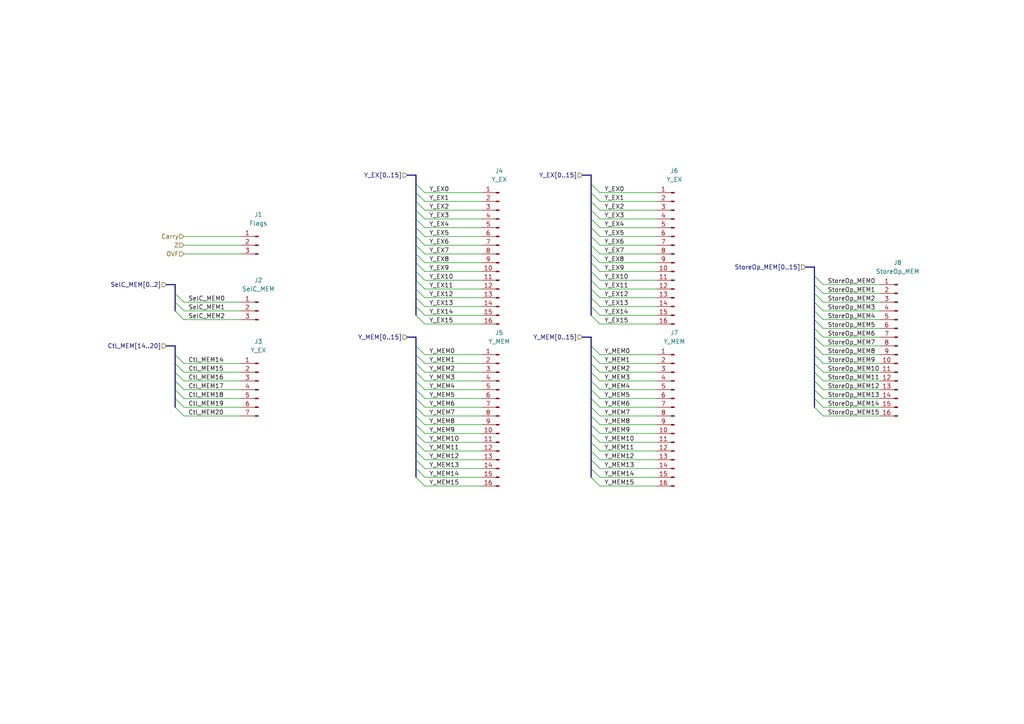
<source format=kicad_sch>
(kicad_sch (version 20211123) (generator eeschema)
  (paper "A4")
  (title_block (title "Turtle16: EX Module Outputs") (date "2022-04-13") (rev "A (7ac7a3cb)"))
  (lib_symbols
    (symbol "Connector:Conn_01x03_Male" (pin_names (offset 1.016) hide)
      (property "Reference" "J" (at 0 5.08 0))
      (property "Value" "Conn_01x03_Male" (at 0 -5.08 0))
      (symbol "Conn_01x03_Male_1_1"
        (polyline (pts (xy 1.27 -2.54) (xy 0.8636 -2.54)) (stroke (width 0.1524)))
        (polyline (pts (xy 1.27 0) (xy 0.8636 0)) (stroke (width 0.1524)))
        (polyline (pts (xy 1.27 2.54) (xy 0.8636 2.54)) (stroke (width 0.1524)))
        (rectangle (start 0.8636 -2.413) (end 0 -2.667) (stroke (width 0.1524)) (fill (type outline)))
        (rectangle (start 0.8636 0.127) (end 0 -0.127) (stroke (width 0.1524)) (fill (type outline)))
        (rectangle (start 0.8636 2.667) (end 0 2.413) (stroke (width 0.1524)) (fill (type outline)))
        (pin passive line (at 5.08 2.54 180) (length 3.81) (name "Pin_1") (number "1"))
        (pin passive line (at 5.08 0 180) (length 3.81) (name "Pin_2") (number "2"))
        (pin passive line (at 5.08 -2.54 180) (length 3.81) (name "Pin_3") (number "3"))
      )
    )
    (symbol "Connector:Conn_01x07_Male" (pin_names (offset 1.016) hide)
      (property "Reference" "J" (at 0 10.16 0))
      (property "Value" "Conn_01x07_Male" (at 0 -10.16 0))
      (symbol "Conn_01x07_Male_1_1"
        (polyline (pts (xy 1.27 -7.62) (xy 0.8636 -7.62)) (stroke (width 0.1524)))
        (polyline (pts (xy 1.27 -5.08) (xy 0.8636 -5.08)) (stroke (width 0.1524)))
        (polyline (pts (xy 1.27 -2.54) (xy 0.8636 -2.54)) (stroke (width 0.1524)))
        (polyline (pts (xy 1.27 0) (xy 0.8636 0)) (stroke (width 0.1524)))
        (polyline (pts (xy 1.27 2.54) (xy 0.8636 2.54)) (stroke (width 0.1524)))
        (polyline (pts (xy 1.27 5.08) (xy 0.8636 5.08)) (stroke (width 0.1524)))
        (polyline (pts (xy 1.27 7.62) (xy 0.8636 7.62)) (stroke (width 0.1524)))
        (rectangle (start 0.8636 -7.493) (end 0 -7.747) (stroke (width 0.1524)) (fill (type outline)))
        (rectangle (start 0.8636 -4.953) (end 0 -5.207) (stroke (width 0.1524)) (fill (type outline)))
        (rectangle (start 0.8636 -2.413) (end 0 -2.667) (stroke (width 0.1524)) (fill (type outline)))
        (rectangle (start 0.8636 0.127) (end 0 -0.127) (stroke (width 0.1524)) (fill (type outline)))
        (rectangle (start 0.8636 2.667) (end 0 2.413) (stroke (width 0.1524)) (fill (type outline)))
        (rectangle (start 0.8636 5.207) (end 0 4.953) (stroke (width 0.1524)) (fill (type outline)))
        (rectangle (start 0.8636 7.747) (end 0 7.493) (stroke (width 0.1524)) (fill (type outline)))
        (pin passive line (at 5.08 7.62 180) (length 3.81) (name "Pin_1") (number "1"))
        (pin passive line (at 5.08 5.08 180) (length 3.81) (name "Pin_2") (number "2"))
        (pin passive line (at 5.08 2.54 180) (length 3.81) (name "Pin_3") (number "3"))
        (pin passive line (at 5.08 0 180) (length 3.81) (name "Pin_4") (number "4"))
        (pin passive line (at 5.08 -2.54 180) (length 3.81) (name "Pin_5") (number "5"))
        (pin passive line (at 5.08 -5.08 180) (length 3.81) (name "Pin_6") (number "6"))
        (pin passive line (at 5.08 -7.62 180) (length 3.81) (name "Pin_7") (number "7"))
      )
    )
    (symbol "Connector:Conn_01x16_Male" (pin_names (offset 1.016) hide)
      (property "Reference" "J" (at 0 20.32 0))
      (property "Value" "Conn_01x16_Male" (at 0 -22.86 0))
      (symbol "Conn_01x16_Male_1_1"
        (polyline (pts (xy 1.27 -20.32) (xy 0.8636 -20.32)) (stroke (width 0.1524)))
        (polyline (pts (xy 1.27 -17.78) (xy 0.8636 -17.78)) (stroke (width 0.1524)))
        (polyline (pts (xy 1.27 -15.24) (xy 0.8636 -15.24)) (stroke (width 0.1524)))
        (polyline (pts (xy 1.27 -12.7) (xy 0.8636 -12.7)) (stroke (width 0.1524)))
        (polyline (pts (xy 1.27 -10.16) (xy 0.8636 -10.16)) (stroke (width 0.1524)))
        (polyline (pts (xy 1.27 -7.62) (xy 0.8636 -7.62)) (stroke (width 0.1524)))
        (polyline (pts (xy 1.27 -5.08) (xy 0.8636 -5.08)) (stroke (width 0.1524)))
        (polyline (pts (xy 1.27 -2.54) (xy 0.8636 -2.54)) (stroke (width 0.1524)))
        (polyline (pts (xy 1.27 0) (xy 0.8636 0)) (stroke (width 0.1524)))
        (polyline (pts (xy 1.27 2.54) (xy 0.8636 2.54)) (stroke (width 0.1524)))
        (polyline (pts (xy 1.27 5.08) (xy 0.8636 5.08)) (stroke (width 0.1524)))
        (polyline (pts (xy 1.27 7.62) (xy 0.8636 7.62)) (stroke (width 0.1524)))
        (polyline (pts (xy 1.27 10.16) (xy 0.8636 10.16)) (stroke (width 0.1524)))
        (polyline (pts (xy 1.27 12.7) (xy 0.8636 12.7)) (stroke (width 0.1524)))
        (polyline (pts (xy 1.27 15.24) (xy 0.8636 15.24)) (stroke (width 0.1524)))
        (polyline (pts (xy 1.27 17.78) (xy 0.8636 17.78)) (stroke (width 0.1524)))
        (rectangle (start 0.8636 -20.193) (end 0 -20.447) (stroke (width 0.1524)) (fill (type outline)))
        (rectangle (start 0.8636 -17.653) (end 0 -17.907) (stroke (width 0.1524)) (fill (type outline)))
        (rectangle (start 0.8636 -15.113) (end 0 -15.367) (stroke (width 0.1524)) (fill (type outline)))
        (rectangle (start 0.8636 -12.573) (end 0 -12.827) (stroke (width 0.1524)) (fill (type outline)))
        (rectangle (start 0.8636 -10.033) (end 0 -10.287) (stroke (width 0.1524)) (fill (type outline)))
        (rectangle (start 0.8636 -7.493) (end 0 -7.747) (stroke (width 0.1524)) (fill (type outline)))
        (rectangle (start 0.8636 -4.953) (end 0 -5.207) (stroke (width 0.1524)) (fill (type outline)))
        (rectangle (start 0.8636 -2.413) (end 0 -2.667) (stroke (width 0.1524)) (fill (type outline)))
        (rectangle (start 0.8636 0.127) (end 0 -0.127) (stroke (width 0.1524)) (fill (type outline)))
        (rectangle (start 0.8636 2.667) (end 0 2.413) (stroke (width 0.1524)) (fill (type outline)))
        (rectangle (start 0.8636 5.207) (end 0 4.953) (stroke (width 0.1524)) (fill (type outline)))
        (rectangle (start 0.8636 7.747) (end 0 7.493) (stroke (width 0.1524)) (fill (type outline)))
        (rectangle (start 0.8636 10.287) (end 0 10.033) (stroke (width 0.1524)) (fill (type outline)))
        (rectangle (start 0.8636 12.827) (end 0 12.573) (stroke (width 0.1524)) (fill (type outline)))
        (rectangle (start 0.8636 15.367) (end 0 15.113) (stroke (width 0.1524)) (fill (type outline)))
        (rectangle (start 0.8636 17.907) (end 0 17.653) (stroke (width 0.1524)) (fill (type outline)))
        (pin passive line (at 5.08 17.78 180) (length 3.81) (name "Pin_1") (number "1"))
        (pin passive line (at 5.08 -5.08 180) (length 3.81) (name "Pin_10") (number "10"))
        (pin passive line (at 5.08 -7.62 180) (length 3.81) (name "Pin_11") (number "11"))
        (pin passive line (at 5.08 -10.16 180) (length 3.81) (name "Pin_12") (number "12"))
        (pin passive line (at 5.08 -12.7 180) (length 3.81) (name "Pin_13") (number "13"))
        (pin passive line (at 5.08 -15.24 180) (length 3.81) (name "Pin_14") (number "14"))
        (pin passive line (at 5.08 -17.78 180) (length 3.81) (name "Pin_15") (number "15"))
        (pin passive line (at 5.08 -20.32 180) (length 3.81) (name "Pin_16") (number "16"))
        (pin passive line (at 5.08 15.24 180) (length 3.81) (name "Pin_2") (number "2"))
        (pin passive line (at 5.08 12.7 180) (length 3.81) (name "Pin_3") (number "3"))
        (pin passive line (at 5.08 10.16 180) (length 3.81) (name "Pin_4") (number "4"))
        (pin passive line (at 5.08 7.62 180) (length 3.81) (name "Pin_5") (number "5"))
        (pin passive line (at 5.08 5.08 180) (length 3.81) (name "Pin_6") (number "6"))
        (pin passive line (at 5.08 2.54 180) (length 3.81) (name "Pin_7") (number "7"))
        (pin passive line (at 5.08 0 180) (length 3.81) (name "Pin_8") (number "8"))
        (pin passive line (at 5.08 -2.54 180) (length 3.81) (name "Pin_9") (number "9"))
      )
    )
  )
  (bus_entry (at 50.8 102.87) (size 2.54 2.54))
  (bus_entry (at 171.45 135.89) (size 2.54 2.54))
  (bus_entry (at 236.22 107.95) (size 2.54 2.54))
  (bus_entry (at 171.45 91.44) (size 2.54 2.54))
  (bus_entry (at 236.22 90.17) (size 2.54 2.54))
  (bus_entry (at 120.65 110.49) (size 2.54 2.54))
  (bus_entry (at 171.45 78.74) (size 2.54 2.54))
  (bus_entry (at 236.22 80.01) (size 2.54 2.54))
  (bus_entry (at 236.22 100.33) (size 2.54 2.54))
  (bus_entry (at 120.65 105.41) (size 2.54 2.54))
  (bus_entry (at 120.65 60.96) (size 2.54 2.54))
  (bus_entry (at 120.65 63.5) (size 2.54 2.54))
  (bus_entry (at 120.65 81.28) (size 2.54 2.54))
  (bus_entry (at 236.22 102.87) (size 2.54 2.54))
  (bus_entry (at 171.45 58.42) (size 2.54 2.54))
  (bus_entry (at 120.65 78.74) (size 2.54 2.54))
  (bus_entry (at 236.22 97.79) (size 2.54 2.54))
  (bus_entry (at 171.45 123.19) (size 2.54 2.54))
  (bus_entry (at 50.8 90.17) (size 2.54 2.54))
  (bus_entry (at 120.65 91.44) (size 2.54 2.54))
  (bus_entry (at 120.65 53.34) (size 2.54 2.54))
  (bus_entry (at 171.45 71.12) (size 2.54 2.54))
  (bus_entry (at 236.22 85.09) (size 2.54 2.54))
  (bus_entry (at 120.65 83.82) (size 2.54 2.54))
  (bus_entry (at 120.65 66.04) (size 2.54 2.54))
  (bus_entry (at 236.22 87.63) (size 2.54 2.54))
  (bus_entry (at 120.65 100.33) (size 2.54 2.54))
  (bus_entry (at 120.65 76.2) (size 2.54 2.54))
  (bus_entry (at 171.45 118.11) (size 2.54 2.54))
  (bus_entry (at 171.45 130.81) (size 2.54 2.54))
  (bus_entry (at 171.45 105.41) (size 2.54 2.54))
  (bus_entry (at 50.8 105.41) (size 2.54 2.54))
  (bus_entry (at 171.45 88.9) (size 2.54 2.54))
  (bus_entry (at 171.45 73.66) (size 2.54 2.54))
  (bus_entry (at 171.45 66.04) (size 2.54 2.54))
  (bus_entry (at 171.45 53.34) (size 2.54 2.54))
  (bus_entry (at 236.22 105.41) (size 2.54 2.54))
  (bus_entry (at 120.65 55.88) (size 2.54 2.54))
  (bus_entry (at 120.65 128.27) (size 2.54 2.54))
  (bus_entry (at 50.8 115.57) (size 2.54 2.54))
  (bus_entry (at 171.45 86.36) (size 2.54 2.54))
  (bus_entry (at 171.45 81.28) (size 2.54 2.54))
  (bus_entry (at 171.45 100.33) (size 2.54 2.54))
  (bus_entry (at 120.65 86.36) (size 2.54 2.54))
  (bus_entry (at 50.8 87.63) (size 2.54 2.54))
  (bus_entry (at 120.65 107.95) (size 2.54 2.54))
  (bus_entry (at 120.65 120.65) (size 2.54 2.54))
  (bus_entry (at 171.45 102.87) (size 2.54 2.54))
  (bus_entry (at 236.22 115.57) (size 2.54 2.54))
  (bus_entry (at 50.8 85.09) (size 2.54 2.54))
  (bus_entry (at 171.45 115.57) (size 2.54 2.54))
  (bus_entry (at 236.22 95.25) (size 2.54 2.54))
  (bus_entry (at 171.45 133.35) (size 2.54 2.54))
  (bus_entry (at 171.45 68.58) (size 2.54 2.54))
  (bus_entry (at 50.8 118.11) (size 2.54 2.54))
  (bus_entry (at 171.45 110.49) (size 2.54 2.54))
  (bus_entry (at 171.45 128.27) (size 2.54 2.54))
  (bus_entry (at 50.8 110.49) (size 2.54 2.54))
  (bus_entry (at 120.65 138.43) (size 2.54 2.54))
  (bus_entry (at 171.45 138.43) (size 2.54 2.54))
  (bus_entry (at 236.22 110.49) (size 2.54 2.54))
  (bus_entry (at 50.8 113.03) (size 2.54 2.54))
  (bus_entry (at 120.65 113.03) (size 2.54 2.54))
  (bus_entry (at 236.22 118.11) (size 2.54 2.54))
  (bus_entry (at 120.65 58.42) (size 2.54 2.54))
  (bus_entry (at 171.45 63.5) (size 2.54 2.54))
  (bus_entry (at 120.65 123.19) (size 2.54 2.54))
  (bus_entry (at 120.65 71.12) (size 2.54 2.54))
  (bus_entry (at 171.45 120.65) (size 2.54 2.54))
  (bus_entry (at 120.65 118.11) (size 2.54 2.54))
  (bus_entry (at 120.65 115.57) (size 2.54 2.54))
  (bus_entry (at 50.8 107.95) (size 2.54 2.54))
  (bus_entry (at 120.65 88.9) (size 2.54 2.54))
  (bus_entry (at 236.22 113.03) (size 2.54 2.54))
  (bus_entry (at 171.45 60.96) (size 2.54 2.54))
  (bus_entry (at 171.45 83.82) (size 2.54 2.54))
  (bus_entry (at 236.22 82.55) (size 2.54 2.54))
  (bus_entry (at 171.45 125.73) (size 2.54 2.54))
  (bus_entry (at 120.65 73.66) (size 2.54 2.54))
  (bus_entry (at 236.22 92.71) (size 2.54 2.54))
  (bus_entry (at 120.65 125.73) (size 2.54 2.54))
  (bus_entry (at 171.45 76.2) (size 2.54 2.54))
  (bus_entry (at 120.65 133.35) (size 2.54 2.54))
  (bus_entry (at 171.45 55.88) (size 2.54 2.54))
  (bus_entry (at 120.65 68.58) (size 2.54 2.54))
  (bus_entry (at 171.45 113.03) (size 2.54 2.54))
  (bus_entry (at 120.65 130.81) (size 2.54 2.54))
  (bus_entry (at 171.45 107.95) (size 2.54 2.54))
  (bus_entry (at 120.65 135.89) (size 2.54 2.54))
  (bus_entry (at 120.65 102.87) (size 2.54 2.54))
  (bus (pts (xy 120.65 55.88) (xy 120.65 58.42)))
  (wire (pts (xy 173.99 88.9) (xy 190.5 88.9)))
  (bus (pts (xy 171.45 63.5) (xy 171.45 66.04)))
  (wire (pts (xy 123.19 86.36) (xy 139.7 86.36)))
  (wire (pts (xy 173.99 60.96) (xy 190.5 60.96)))
  (wire (pts (xy 173.99 86.36) (xy 190.5 86.36)))
  (bus (pts (xy 120.65 105.41) (xy 120.65 107.95)))
  (wire (pts (xy 173.99 76.2) (xy 190.5 76.2)))
  (bus (pts (xy 236.22 92.71) (xy 236.22 95.25)))
  (bus (pts (xy 120.65 110.49) (xy 120.65 113.03)))
  (bus (pts (xy 120.65 133.35) (xy 120.65 135.89)))
  (wire (pts (xy 123.19 78.74) (xy 139.7 78.74)))
  (bus (pts (xy 236.22 102.87) (xy 236.22 105.41)))
  (wire (pts (xy 173.99 73.66) (xy 190.5 73.66)))
  (wire (pts (xy 123.19 81.28) (xy 139.7 81.28)))
  (wire (pts (xy 53.34 68.58) (xy 69.85 68.58)))
  (wire (pts (xy 123.19 66.04) (xy 139.7 66.04)))
  (wire (pts (xy 123.19 88.9) (xy 139.7 88.9)))
  (bus (pts (xy 171.45 60.96) (xy 171.45 63.5)))
  (wire (pts (xy 123.19 102.87) (xy 139.7 102.87)))
  (bus (pts (xy 50.8 85.09) (xy 50.8 87.63)))
  (wire (pts (xy 53.34 92.71) (xy 69.85 92.71)))
  (bus (pts (xy 236.22 90.17) (xy 236.22 92.71)))
  (bus (pts (xy 120.65 130.81) (xy 120.65 133.35)))
  (bus (pts (xy 171.45 135.89) (xy 171.45 138.43)))
  (wire (pts (xy 238.76 110.49) (xy 255.27 110.49)))
  (wire (pts (xy 173.99 78.74) (xy 190.5 78.74)))
  (bus (pts (xy 171.45 113.03) (xy 171.45 115.57)))
  (wire (pts (xy 238.76 118.11) (xy 255.27 118.11)))
  (bus (pts (xy 236.22 95.25) (xy 236.22 97.79)))
  (bus (pts (xy 118.11 97.79) (xy 120.65 97.79)))
  (wire (pts (xy 123.19 91.44) (xy 139.7 91.44)))
  (wire (pts (xy 123.19 130.81) (xy 139.7 130.81)))
  (bus (pts (xy 171.45 97.79) (xy 171.45 100.33)))
  (wire (pts (xy 173.99 118.11) (xy 190.5 118.11)))
  (wire (pts (xy 173.99 93.98) (xy 190.5 93.98)))
  (wire (pts (xy 123.19 120.65) (xy 139.7 120.65)))
  (wire (pts (xy 173.99 130.81) (xy 190.5 130.81)))
  (wire (pts (xy 238.76 115.57) (xy 255.27 115.57)))
  (bus (pts (xy 233.68 77.47) (xy 236.22 77.47)))
  (bus (pts (xy 171.45 130.81) (xy 171.45 133.35)))
  (bus (pts (xy 50.8 82.55) (xy 50.8 85.09)))
  (wire (pts (xy 53.34 87.63) (xy 69.85 87.63)))
  (wire (pts (xy 238.76 82.55) (xy 255.27 82.55)))
  (wire (pts (xy 238.76 90.17) (xy 255.27 90.17)))
  (bus (pts (xy 236.22 107.95) (xy 236.22 110.49)))
  (wire (pts (xy 238.76 102.87) (xy 255.27 102.87)))
  (wire (pts (xy 238.76 100.33) (xy 255.27 100.33)))
  (wire (pts (xy 53.34 120.65) (xy 69.85 120.65)))
  (wire (pts (xy 123.19 71.12) (xy 139.7 71.12)))
  (wire (pts (xy 123.19 118.11) (xy 139.7 118.11)))
  (wire (pts (xy 173.99 81.28) (xy 190.5 81.28)))
  (wire (pts (xy 238.76 107.95) (xy 255.27 107.95)))
  (bus (pts (xy 120.65 71.12) (xy 120.65 73.66)))
  (wire (pts (xy 53.34 118.11) (xy 69.85 118.11)))
  (wire (pts (xy 123.19 115.57) (xy 139.7 115.57)))
  (bus (pts (xy 236.22 82.55) (xy 236.22 85.09)))
  (bus (pts (xy 50.8 115.57) (xy 50.8 118.11)))
  (wire (pts (xy 173.99 140.97) (xy 190.5 140.97)))
  (bus (pts (xy 171.45 133.35) (xy 171.45 135.89)))
  (wire (pts (xy 238.76 95.25) (xy 255.27 95.25)))
  (wire (pts (xy 173.99 123.19) (xy 190.5 123.19)))
  (wire (pts (xy 123.19 63.5) (xy 139.7 63.5)))
  (bus (pts (xy 120.65 97.79) (xy 120.65 100.33)))
  (bus (pts (xy 50.8 107.95) (xy 50.8 110.49)))
  (bus (pts (xy 171.45 100.33) (xy 171.45 102.87)))
  (wire (pts (xy 173.99 133.35) (xy 190.5 133.35)))
  (wire (pts (xy 53.34 107.95) (xy 69.85 107.95)))
  (bus (pts (xy 171.45 81.28) (xy 171.45 83.82)))
  (bus (pts (xy 171.45 105.41) (xy 171.45 107.95)))
  (wire (pts (xy 53.34 115.57) (xy 69.85 115.57)))
  (wire (pts (xy 238.76 85.09) (xy 255.27 85.09)))
  (bus (pts (xy 236.22 85.09) (xy 236.22 87.63)))
  (bus (pts (xy 50.8 100.33) (xy 50.8 102.87)))
  (wire (pts (xy 238.76 97.79) (xy 255.27 97.79)))
  (bus (pts (xy 171.45 125.73) (xy 171.45 128.27)))
  (bus (pts (xy 120.65 123.19) (xy 120.65 125.73)))
  (bus (pts (xy 236.22 113.03) (xy 236.22 115.57)))
  (wire (pts (xy 173.99 71.12) (xy 190.5 71.12)))
  (bus (pts (xy 171.45 58.42) (xy 171.45 60.96)))
  (bus (pts (xy 171.45 120.65) (xy 171.45 123.19)))
  (bus (pts (xy 120.65 76.2) (xy 120.65 78.74)))
  (bus (pts (xy 120.65 68.58) (xy 120.65 71.12)))
  (wire (pts (xy 173.99 68.58) (xy 190.5 68.58)))
  (bus (pts (xy 171.45 118.11) (xy 171.45 120.65)))
  (wire (pts (xy 123.19 138.43) (xy 139.7 138.43)))
  (wire (pts (xy 53.34 71.12) (xy 69.85 71.12)))
  (wire (pts (xy 123.19 83.82) (xy 139.7 83.82)))
  (wire (pts (xy 123.19 60.96) (xy 139.7 60.96)))
  (bus (pts (xy 171.45 78.74) (xy 171.45 81.28)))
  (bus (pts (xy 48.26 82.55) (xy 50.8 82.55)))
  (bus (pts (xy 236.22 115.57) (xy 236.22 118.11)))
  (bus (pts (xy 120.65 115.57) (xy 120.65 118.11)))
  (bus (pts (xy 236.22 80.01) (xy 236.22 82.55)))
  (wire (pts (xy 123.19 55.88) (xy 139.7 55.88)))
  (bus (pts (xy 120.65 78.74) (xy 120.65 81.28)))
  (bus (pts (xy 236.22 87.63) (xy 236.22 90.17)))
  (bus (pts (xy 168.91 50.8) (xy 171.45 50.8)))
  (wire (pts (xy 173.99 125.73) (xy 190.5 125.73)))
  (bus (pts (xy 50.8 113.03) (xy 50.8 115.57)))
  (bus (pts (xy 171.45 55.88) (xy 171.45 58.42)))
  (wire (pts (xy 53.34 110.49) (xy 69.85 110.49)))
  (wire (pts (xy 123.19 73.66) (xy 139.7 73.66)))
  (wire (pts (xy 173.99 128.27) (xy 190.5 128.27)))
  (bus (pts (xy 171.45 76.2) (xy 171.45 78.74)))
  (bus (pts (xy 120.65 118.11) (xy 120.65 120.65)))
  (bus (pts (xy 120.65 83.82) (xy 120.65 86.36)))
  (wire (pts (xy 123.19 133.35) (xy 139.7 133.35)))
  (bus (pts (xy 171.45 73.66) (xy 171.45 76.2)))
  (wire (pts (xy 123.19 93.98) (xy 139.7 93.98)))
  (wire (pts (xy 53.34 113.03) (xy 69.85 113.03)))
  (wire (pts (xy 173.99 83.82) (xy 190.5 83.82)))
  (wire (pts (xy 53.34 90.17) (xy 69.85 90.17)))
  (wire (pts (xy 123.19 140.97) (xy 139.7 140.97)))
  (bus (pts (xy 120.65 66.04) (xy 120.65 68.58)))
  (bus (pts (xy 171.45 86.36) (xy 171.45 88.9)))
  (bus (pts (xy 236.22 97.79) (xy 236.22 100.33)))
  (wire (pts (xy 123.19 135.89) (xy 139.7 135.89)))
  (bus (pts (xy 236.22 77.47) (xy 236.22 80.01)))
  (wire (pts (xy 173.99 105.41) (xy 190.5 105.41)))
  (bus (pts (xy 120.65 53.34) (xy 120.65 55.88)))
  (bus (pts (xy 171.45 68.58) (xy 171.45 71.12)))
  (wire (pts (xy 123.19 128.27) (xy 139.7 128.27)))
  (bus (pts (xy 171.45 102.87) (xy 171.45 105.41)))
  (wire (pts (xy 173.99 135.89) (xy 190.5 135.89)))
  (wire (pts (xy 123.19 110.49) (xy 139.7 110.49)))
  (wire (pts (xy 173.99 66.04) (xy 190.5 66.04)))
  (bus (pts (xy 120.65 107.95) (xy 120.65 110.49)))
  (wire (pts (xy 123.19 76.2) (xy 139.7 76.2)))
  (wire (pts (xy 173.99 63.5) (xy 190.5 63.5)))
  (bus (pts (xy 171.45 107.95) (xy 171.45 110.49)))
  (wire (pts (xy 123.19 113.03) (xy 139.7 113.03)))
  (wire (pts (xy 238.76 87.63) (xy 255.27 87.63)))
  (wire (pts (xy 173.99 113.03) (xy 190.5 113.03)))
  (bus (pts (xy 236.22 110.49) (xy 236.22 113.03)))
  (bus (pts (xy 120.65 120.65) (xy 120.65 123.19)))
  (wire (pts (xy 173.99 55.88) (xy 190.5 55.88)))
  (wire (pts (xy 173.99 58.42) (xy 190.5 58.42)))
  (bus (pts (xy 171.45 123.19) (xy 171.45 125.73)))
  (bus (pts (xy 171.45 66.04) (xy 171.45 68.58)))
  (bus (pts (xy 171.45 110.49) (xy 171.45 113.03)))
  (wire (pts (xy 173.99 138.43) (xy 190.5 138.43)))
  (wire (pts (xy 238.76 92.71) (xy 255.27 92.71)))
  (wire (pts (xy 123.19 107.95) (xy 139.7 107.95)))
  (bus (pts (xy 120.65 81.28) (xy 120.65 83.82)))
  (bus (pts (xy 50.8 105.41) (xy 50.8 107.95)))
  (bus (pts (xy 120.65 128.27) (xy 120.65 130.81)))
  (wire (pts (xy 173.99 107.95) (xy 190.5 107.95)))
  (bus (pts (xy 120.65 135.89) (xy 120.65 138.43)))
  (bus (pts (xy 48.26 100.33) (xy 50.8 100.33)))
  (wire (pts (xy 173.99 102.87) (xy 190.5 102.87)))
  (bus (pts (xy 50.8 110.49) (xy 50.8 113.03)))
  (bus (pts (xy 236.22 100.33) (xy 236.22 102.87)))
  (wire (pts (xy 173.99 120.65) (xy 190.5 120.65)))
  (wire (pts (xy 173.99 115.57) (xy 190.5 115.57)))
  (bus (pts (xy 120.65 100.33) (xy 120.65 102.87)))
  (bus (pts (xy 120.65 60.96) (xy 120.65 63.5)))
  (wire (pts (xy 53.34 73.66) (xy 69.85 73.66)))
  (wire (pts (xy 53.34 105.41) (xy 69.85 105.41)))
  (wire (pts (xy 173.99 110.49) (xy 190.5 110.49)))
  (wire (pts (xy 173.99 91.44) (xy 190.5 91.44)))
  (wire (pts (xy 123.19 68.58) (xy 139.7 68.58)))
  (bus (pts (xy 171.45 53.34) (xy 171.45 55.88)))
  (bus (pts (xy 118.11 50.8) (xy 120.65 50.8)))
  (bus (pts (xy 168.91 97.79) (xy 171.45 97.79)))
  (bus (pts (xy 171.45 88.9) (xy 171.45 91.44)))
  (bus (pts (xy 236.22 105.41) (xy 236.22 107.95)))
  (wire (pts (xy 238.76 120.65) (xy 255.27 120.65)))
  (bus (pts (xy 120.65 73.66) (xy 120.65 76.2)))
  (bus (pts (xy 171.45 71.12) (xy 171.45 73.66)))
  (bus (pts (xy 171.45 128.27) (xy 171.45 130.81)))
  (bus (pts (xy 120.65 113.03) (xy 120.65 115.57)))
  (wire (pts (xy 123.19 105.41) (xy 139.7 105.41)))
  (bus (pts (xy 120.65 63.5) (xy 120.65 66.04)))
  (wire (pts (xy 123.19 125.73) (xy 139.7 125.73)))
  (wire (pts (xy 238.76 113.03) (xy 255.27 113.03)))
  (bus (pts (xy 120.65 102.87) (xy 120.65 105.41)))
  (wire (pts (xy 238.76 105.41) (xy 255.27 105.41)))
  (wire (pts (xy 123.19 123.19) (xy 139.7 123.19)))
  (wire (pts (xy 123.19 58.42) (xy 139.7 58.42)))
  (bus (pts (xy 50.8 102.87) (xy 50.8 105.41)))
  (bus (pts (xy 171.45 115.57) (xy 171.45 118.11)))
  (bus (pts (xy 171.45 83.82) (xy 171.45 86.36)))
  (bus (pts (xy 171.45 50.8) (xy 171.45 53.34)))
  (bus (pts (xy 120.65 125.73) (xy 120.65 128.27)))
  (bus (pts (xy 120.65 58.42) (xy 120.65 60.96)))
  (bus (pts (xy 50.8 87.63) (xy 50.8 90.17)))
  (bus (pts (xy 120.65 50.8) (xy 120.65 53.34)))
  (bus (pts (xy 120.65 86.36) (xy 120.65 88.9)))
  (bus (pts (xy 120.65 88.9) (xy 120.65 91.44)))
  (label "Y_EX2" (at 175.26 60.96 0))
  (label "Y_EX8" (at 175.26 76.2 0))
  (label "Y_EX10" (at 124.46 81.28 0))
  (label "Y_EX12" (at 175.26 86.36 0))
  (label "Ctl_MEM20" (at 54.61 120.65 0))
  (label "Y_MEM3" (at 175.26 110.49 0))
  (label "Y_EX0" (at 175.26 55.88 0))
  (label "StoreOp_MEM1" (at 240.03 85.09 0))
  (label "Y_MEM4" (at 175.26 113.03 0))
  (label "Y_EX8" (at 124.46 76.2 0))
  (label "Y_EX5" (at 175.26 68.58 0))
  (label "Ctl_MEM16" (at 54.61 110.49 0))
  (label "Y_MEM11" (at 175.26 130.81 0))
  (label "Y_EX6" (at 124.46 71.12 0))
  (label "SelC_MEM0" (at 54.61 87.63 0))
  (label "Y_EX4" (at 124.46 66.04 0))
  (label "Y_EX3" (at 124.46 63.5 0))
  (label "Y_MEM3" (at 124.46 110.49 0))
  (label "Y_MEM12" (at 175.26 133.35 0))
  (label "Y_MEM15" (at 124.46 140.97 0))
  (label "Y_MEM8" (at 175.26 123.19 0))
  (label "Y_EX13" (at 124.46 88.9 0))
  (label "StoreOp_MEM8" (at 240.03 102.87 0))
  (label "Y_EX15" (at 175.26 93.98 0))
  (label "StoreOp_MEM12" (at 240.03 113.03 0))
  (label "Y_EX1" (at 175.26 58.42 0))
  (label "Y_MEM5" (at 175.26 115.57 0))
  (label "Y_MEM2" (at 124.46 107.95 0))
  (label "StoreOp_MEM2" (at 240.03 87.63 0))
  (label "StoreOp_MEM4" (at 240.03 92.71 0))
  (label "Y_MEM13" (at 175.26 135.89 0))
  (label "StoreOp_MEM0" (at 240.03 82.55 0))
  (label "Y_MEM2" (at 175.26 107.95 0))
  (label "Y_MEM11" (at 124.46 130.81 0))
  (label "StoreOp_MEM10" (at 240.03 107.95 0))
  (label "Y_MEM0" (at 124.46 102.87 0))
  (label "StoreOp_MEM13" (at 240.03 115.57 0))
  (label "Y_EX7" (at 124.46 73.66 0))
  (label "StoreOp_MEM11" (at 240.03 110.49 0))
  (label "Y_MEM14" (at 124.46 138.43 0))
  (label "Y_EX12" (at 124.46 86.36 0))
  (label "Y_EX4" (at 175.26 66.04 0))
  (label "Y_EX7" (at 175.26 73.66 0))
  (label "Y_EX14" (at 124.46 91.44 0))
  (label "Y_EX9" (at 175.26 78.74 0))
  (label "Y_EX10" (at 175.26 81.28 0))
  (label "StoreOp_MEM14" (at 240.03 118.11 0))
  (label "Ctl_MEM19" (at 54.61 118.11 0))
  (label "StoreOp_MEM5" (at 240.03 95.25 0))
  (label "Y_MEM4" (at 124.46 113.03 0))
  (label "Y_EX15" (at 124.46 93.98 0))
  (label "Y_MEM13" (at 124.46 135.89 0))
  (label "SelC_MEM2" (at 54.61 92.71 0))
  (label "StoreOp_MEM6" (at 240.03 97.79 0))
  (label "Y_MEM8" (at 124.46 123.19 0))
  (label "SelC_MEM1" (at 54.61 90.17 0))
  (label "Y_MEM9" (at 175.26 125.73 0))
  (label "Y_EX9" (at 124.46 78.74 0))
  (label "Y_EX1" (at 124.46 58.42 0))
  (label "Y_MEM7" (at 175.26 120.65 0))
  (label "Y_MEM15" (at 175.26 140.97 0))
  (label "Y_EX6" (at 175.26 71.12 0))
  (label "Y_MEM1" (at 124.46 105.41 0))
  (label "Y_MEM14" (at 175.26 138.43 0))
  (label "Y_EX11" (at 175.26 83.82 0))
  (label "Y_EX0" (at 124.46 55.88 0))
  (label "StoreOp_MEM3" (at 240.03 90.17 0))
  (label "Y_MEM7" (at 124.46 120.65 0))
  (label "Ctl_MEM17" (at 54.61 113.03 0))
  (label "Y_MEM1" (at 175.26 105.41 0))
  (label "StoreOp_MEM9" (at 240.03 105.41 0))
  (label "Y_EX2" (at 124.46 60.96 0))
  (label "StoreOp_MEM15" (at 240.03 120.65 0))
  (label "Y_MEM6" (at 175.26 118.11 0))
  (label "Y_EX3" (at 175.26 63.5 0))
  (label "Y_MEM10" (at 175.26 128.27 0))
  (label "Y_MEM0" (at 175.26 102.87 0))
  (label "StoreOp_MEM7" (at 240.03 100.33 0))
  (label "Y_MEM12" (at 124.46 133.35 0))
  (label "Y_EX11" (at 124.46 83.82 0))
  (label "Y_MEM6" (at 124.46 118.11 0))
  (label "Y_EX5" (at 124.46 68.58 0))
  (label "Ctl_MEM15" (at 54.61 107.95 0))
  (label "Y_MEM9" (at 124.46 125.73 0))
  (label "Y_MEM10" (at 124.46 128.27 0))
  (label "Y_MEM5" (at 124.46 115.57 0))
  (label "Y_EX13" (at 175.26 88.9 0))
  (label "Y_EX14" (at 175.26 91.44 0))
  (label "Ctl_MEM14" (at 54.61 105.41 0))
  (label "Ctl_MEM18" (at 54.61 115.57 0))
  (hierarchical_label "Y_MEM[0..15]" (shape input) (at 118.11 97.79 180))
  (hierarchical_label "Carry" (shape input) (at 53.34 68.58 180))
  (hierarchical_label "StoreOp_MEM[0..15]" (shape input) (at 233.68 77.47 180))
  (hierarchical_label "Z" (shape input) (at 53.34 71.12 180))
  (hierarchical_label "Y_EX[0..15]" (shape input) (at 168.91 50.8 180))
  (hierarchical_label "Y_EX[0..15]" (shape input) (at 118.11 50.8 180))
  (hierarchical_label "SelC_MEM[0..2]" (shape input) (at 48.26 82.55 180))
  (hierarchical_label "OVF" (shape input) (at 53.34 73.66 180))
  (hierarchical_label "Y_MEM[0..15]" (shape input) (at 168.91 97.79 180))
  (hierarchical_label "Ctl_MEM[14..20]" (shape input) (at 48.26 100.33 180))
  (symbol (lib_id "Connector:Conn_01x03_Male") (at 74.93 71.12 0) (mirror y) (unit 1)
    (property "Reference" "J1" (at 74.93 62.23 0))
    (property "Value" "Flags" (at 74.93 64.77 0))
    (property "Footprint" "Connector_PinHeader_2.54mm:PinHeader_1x03_P2.54mm_Vertical" (effects hide))
  )
  (symbol (lib_id "Connector:Conn_01x03_Male") (at 74.93 90.17 0) (mirror y) (unit 1)
    (property "Reference" "J2" (at 74.93 81.28 0))
    (property "Value" "SelC_MEM" (at 74.93 83.82 0))
    (property "Footprint" "Connector_PinHeader_2.54mm:PinHeader_1x03_P2.54mm_Vertical" (effects hide))
  )
  (symbol (lib_id "Connector:Conn_01x16_Male") (at 144.78 120.65 0) (mirror y) (unit 1)
    (property "Reference" "J5" (at 144.78 96.52 0))
    (property "Value" "Y_MEM" (at 144.78 99.06 0))
    (property "Footprint" "Connector_PinHeader_2.54mm:PinHeader_1x16_P2.54mm_Vertical" (effects hide))
  )
  (symbol (lib_id "Connector:Conn_01x07_Male") (at 74.93 113.03 0) (mirror y) (unit 1)
    (property "Reference" "J3" (at 74.93 99.06 0))
    (property "Value" "Y_EX" (at 74.93 101.6 0))
    (property "Footprint" "Connector_PinHeader_2.54mm:PinHeader_1x07_P2.54mm_Vertical" (effects hide))
  )
  (symbol (lib_id "Connector:Conn_01x16_Male") (at 195.58 120.65 0) (mirror y) (unit 1)
    (property "Reference" "J7" (at 195.58 96.52 0))
    (property "Value" "Y_MEM" (at 195.58 99.06 0))
    (property "Footprint" "Connector_PinHeader_2.54mm:PinHeader_1x16_P2.54mm_Vertical" (effects hide))
  )
  (symbol (lib_id "Connector:Conn_01x16_Male") (at 195.58 73.66 0) (mirror y) (unit 1)
    (property "Reference" "J6" (at 195.58 49.53 0))
    (property "Value" "Y_EX" (at 195.58 52.07 0))
    (property "Footprint" "Connector_PinHeader_2.54mm:PinHeader_1x16_P2.54mm_Vertical" (effects hide))
  )
  (symbol (lib_id "Connector:Conn_01x16_Male") (at 144.78 73.66 0) (mirror y) (unit 1)
    (property "Reference" "J4" (at 144.78 49.53 0))
    (property "Value" "Y_EX" (at 144.78 52.07 0))
    (property "Footprint" "Connector_PinHeader_2.54mm:PinHeader_1x16_P2.54mm_Vertical" (effects hide))
  )
  (symbol (lib_id "Connector:Conn_01x16_Male") (at 260.35 100.33 0) (mirror y) (unit 1)
    (property "Reference" "J8" (at 260.35 76.2 0))
    (property "Value" "StoreOp_MEM" (at 260.35 78.74 0))
    (property "Footprint" "Connector_PinHeader_2.54mm:PinHeader_1x16_P2.54mm_Vertical" (effects hide))
  )
)
</source>
